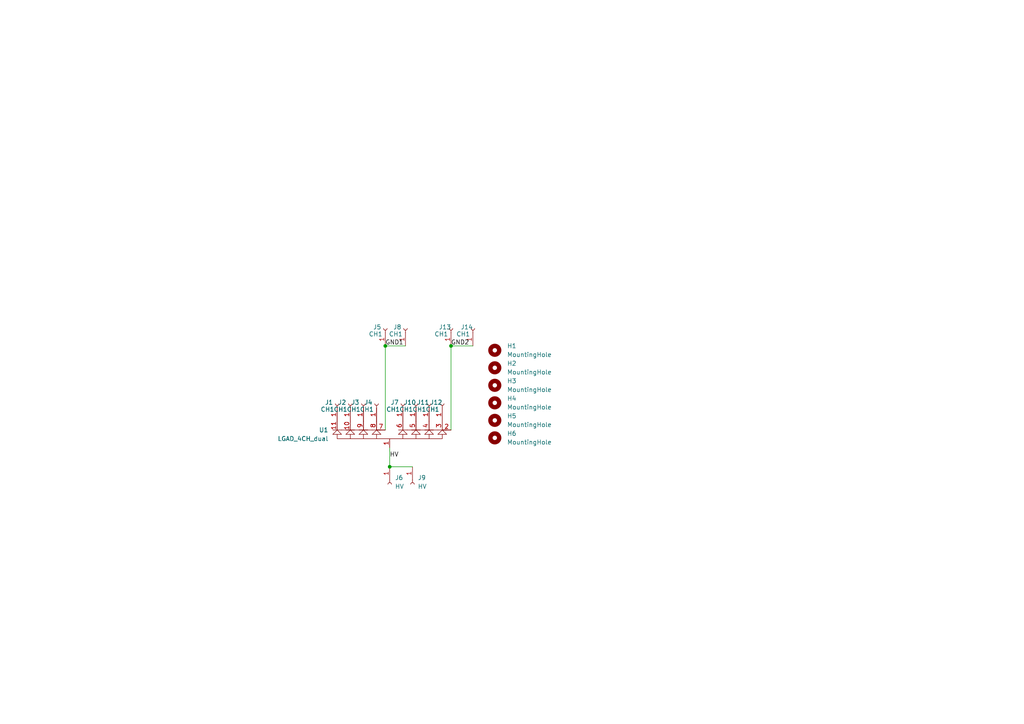
<source format=kicad_sch>
(kicad_sch (version 20230121) (generator eeschema)
  (paper "A4")
  (title_block (title "LGAD carrier board compatible with Chubut 2") (date "2022-08-15") (company "Universität Zürich") (comment 1 "Matias Senger"))
  (lib_symbols
    (symbol "Connector:Conn_01x01_Female" (pin_names (offset 1.016) hide)
      (property "Reference" "J" (at 0 2.54 0))
      (property "Value" "Conn_01x01_Female" (at 0 -2.54 0))
      (symbol "Conn_01x01_Female_1_1"
        (polyline (pts (xy -1.27 0) (xy -0.508 0)) (stroke (width 0.1524)))
        (arc (start 0 0.508) (mid -0.5058 0) (end 0 -0.508) (stroke (width 0.1524)))
        (pin passive line (at -5.08 0 0) (length 3.81) (name "Pin_1") (number "1"))
      )
    )
    (symbol "LGAD:LGAD_4CH_dual"
      (property "Reference" "U" (at 2.5303 -1.8112 0))
      (property "Value" "LGAD_4CH_dual" (at 9.285 -3.9605 0))
      (symbol "LGAD_4CH_dual_0_1"
        (polyline (pts (xy -16.51 2.54) (xy -13.97 2.54)))
        (polyline (pts (xy -13.97 2.54) (xy -5.08 2.54)))
        (polyline (pts (xy -12.7 2.54) (xy -10.16 2.54)))
        (polyline (pts (xy -11.43 0) (xy -11.43 1.27)))
        (polyline (pts (xy -8.89 2.54) (xy -6.35 2.54)))
        (polyline (pts (xy -7.62 0) (xy -7.62 1.27)))
        (polyline (pts (xy -5.08 2.54) (xy -2.54 2.54)))
        (polyline (pts (xy -3.81 0) (xy 3.81 0)))
        (polyline (pts (xy 2.54 2.54) (xy 5.08 2.54)))
        (polyline (pts (xy 5.08 2.54) (xy 13.97 2.54)))
        (polyline (pts (xy 6.35 2.54) (xy 8.89 2.54)))
        (polyline (pts (xy 7.62 0) (xy 7.62 1.27)))
        (polyline (pts (xy 10.16 2.54) (xy 12.7 2.54)))
        (polyline (pts (xy 11.43 0) (xy 11.43 1.27)))
        (polyline (pts (xy 13.97 2.54) (xy 16.51 2.54)))
        (polyline (pts (xy -16.51 1.27) (xy -13.97 1.27) (xy -15.24 2.54) (xy -16.51 1.27)))
        (polyline (pts (xy -15.24 1.27) (xy -15.24 0) (xy -3.81 0) (xy -3.81 1.27)))
        (polyline (pts (xy -12.7 1.27) (xy -10.16 1.27) (xy -11.43 2.54) (xy -12.7 1.27)))
        (polyline (pts (xy -8.89 1.27) (xy -6.35 1.27) (xy -7.62 2.54) (xy -8.89 1.27)))
        (polyline (pts (xy -5.08 1.27) (xy -2.54 1.27) (xy -3.81 2.54) (xy -5.08 1.27)))
        (polyline (pts (xy 2.54 1.27) (xy 5.08 1.27) (xy 3.81 2.54) (xy 2.54 1.27)))
        (polyline (pts (xy 3.81 1.27) (xy 3.81 0) (xy 15.24 0) (xy 15.24 1.27)))
        (polyline (pts (xy 6.35 1.27) (xy 8.89 1.27) (xy 7.62 2.54) (xy 6.35 1.27)))
        (polyline (pts (xy 10.16 1.27) (xy 12.7 1.27) (xy 11.43 2.54) (xy 10.16 1.27)))
        (polyline (pts (xy 13.97 1.27) (xy 16.51 1.27) (xy 15.24 2.54) (xy 13.97 1.27)))
      )
      (symbol "LGAD_4CH_dual_1_1"
        (pin unspecified line (at 0 -2.54 90) (length 2.54) (name "") (number "1"))
        (pin unspecified line (at -11.43 5.08 270) (length 2.54) (name "") (number "10"))
        (pin unspecified line (at -15.24 5.08 270) (length 2.54) (name "") (number "11"))
        (pin unspecified line (at 17.78 2.54 180) (length 2.54) (name "") (number "2"))
        (pin unspecified line (at 15.24 5.08 270) (length 2.54) (name "") (number "3"))
        (pin unspecified line (at 11.43 5.08 270) (length 2.54) (name "") (number "4"))
        (pin unspecified line (at 7.62 5.08 270) (length 2.54) (name "") (number "5"))
        (pin unspecified line (at 3.81 5.08 270) (length 2.54) (name "") (number "6"))
        (pin unspecified line (at -1.27 2.54 180) (length 2.54) (name "") (number "7"))
        (pin unspecified line (at -3.81 5.08 270) (length 2.54) (name "") (number "8"))
        (pin unspecified line (at -7.62 5.08 270) (length 2.54) (name "") (number "9"))
      )
    )
    (symbol "Mechanical:MountingHole" (pin_names (offset 1.016))
      (property "Reference" "H" (at 0 5.08 0))
      (property "Value" "MountingHole" (at 0 3.175 0))
      (symbol "MountingHole_0_1"
        (circle (center 0 0) (radius 1.27) (stroke (width 1.27)))
      )
    )
  )
  (junction (at 113.03 135.382))
  (junction (at 111.76 100.33))
  (junction (at 130.81 100.33))
  (wire (pts (xy 111.76 100.33) (xy 111.76 124.714)))
  (wire (pts (xy 130.81 100.33) (xy 130.81 124.714)))
  (wire (pts (xy 130.81 100.33) (xy 137.16 100.33)))
  (wire (pts (xy 113.03 135.382) (xy 119.634 135.382)))
  (wire (pts (xy 113.03 129.794) (xy 113.03 135.382)))
  (wire (pts (xy 111.76 100.33) (xy 117.602 100.33)))
  (label "GND2" (at 130.81 100.33 0))
  (label "HV" (at 113.03 132.842 0))
  (label "GND1" (at 111.76 100.33 0))
  (symbol (lib_id "Mechanical:MountingHole") (at 143.51 101.6 0) (unit 1)
    (property "Reference" "H1" (at 147.066 100.3299 0) (effects (justify left)))
    (property "Value" "MountingHole" (at 147.066 102.8699 0) (effects (justify left)))
    (property "Footprint" "chubut:MILL-MAX_7625-0-00-15-00-00-03-0_alignment_hole" (effects hide))
  )
  (symbol (lib_id "Connector:Conn_01x01_Female") (at 109.22 117.094 90) (unit 1)
    (property "Reference" "J4" (at 105.664 116.7129 90) (effects (justify right)))
    (property "Value" "CH1" (at 104.394 118.7449 90) (effects (justify right)))
    (property "Footprint" "chubut:MILL-MAX_0965-0-15-20-80-14-11-0_contact" (effects hide))
  )
  (symbol (lib_id "Mechanical:MountingHole") (at 143.51 121.92 0) (unit 1)
    (property "Reference" "H5" (at 147.066 120.6499 0) (effects (justify left)))
    (property "Value" "MountingHole" (at 147.066 123.1899 0) (effects (justify left)))
    (property "Footprint" "chubut:MILL-MAX_7625-0-00-15-00-00-03-0_alignment_hole" (effects hide))
  )
  (symbol (lib_id "Connector:Conn_01x01_Female") (at 105.41 117.094 90) (unit 1)
    (property "Reference" "J3" (at 101.854 116.7129 90) (effects (justify right)))
    (property "Value" "CH1" (at 100.584 118.7449 90) (effects (justify right)))
    (property "Footprint" "chubut:MILL-MAX_0965-0-15-20-80-14-11-0_contact" (effects hide))
  )
  (symbol (lib_id "Mechanical:MountingHole") (at 143.51 127 0) (unit 1)
    (property "Reference" "H6" (at 147.066 125.7299 0) (effects (justify left)))
    (property "Value" "MountingHole" (at 147.066 128.2699 0) (effects (justify left)))
    (property "Footprint" "chubut:MILL-MAX_7625-0-00-15-00-00-03-0_alignment_hole" (effects hide))
  )
  (symbol (lib_id "Connector:Conn_01x01_Female") (at 119.634 140.462 270) (unit 1)
    (property "Reference" "J9" (at 121.158 138.5569 90) (effects (justify left)))
    (property "Value" "HV" (at 121.158 141.0969 90) (effects (justify left)))
    (property "Footprint" "chubut:MILL-MAX_0965-0-15-20-80-14-11-0_contact" (effects hide))
  )
  (symbol (lib_id "Mechanical:MountingHole") (at 143.51 111.76 0) (unit 1)
    (property "Reference" "H3" (at 147.066 110.4899 0) (effects (justify left)))
    (property "Value" "MountingHole" (at 147.066 113.0299 0) (effects (justify left)))
    (property "Footprint" "chubut:MILL-MAX_7625-0-00-15-00-00-03-0_alignment_hole" (effects hide))
  )
  (symbol (lib_id "Connector:Conn_01x01_Female") (at 117.602 95.25 90) (unit 1)
    (property "Reference" "J8" (at 114.046 94.8689 90) (effects (justify right)))
    (property "Value" "CH1" (at 112.776 96.9009 90) (effects (justify right)))
    (property "Footprint" "chubut:MILL-MAX_0965-0-15-20-80-14-11-0_contact" (effects hide))
  )
  (symbol (lib_id "Connector:Conn_01x01_Female") (at 97.79 117.094 90) (unit 1)
    (property "Reference" "J1" (at 94.234 116.7129 90) (effects (justify right)))
    (property "Value" "CH1" (at 92.964 118.7449 90) (effects (justify right)))
    (property "Footprint" "chubut:MILL-MAX_0965-0-15-20-80-14-11-0_contact" (effects hide))
  )
  (symbol (lib_id "Mechanical:MountingHole") (at 143.51 106.68 0) (unit 1)
    (property "Reference" "H2" (at 147.066 105.4099 0) (effects (justify left)))
    (property "Value" "MountingHole" (at 147.066 107.9499 0) (effects (justify left)))
    (property "Footprint" "chubut:MILL-MAX_7625-0-00-15-00-00-03-0_alignment_hole" (effects hide))
  )
  (symbol (lib_id "LGAD:LGAD_4CH_dual") (at 113.03 127.254 0) (unit 1)
    (property "Reference" "U1" (at 95.25 124.7139 0) (effects (justify right)))
    (property "Value" "LGAD_4CH_dual" (at 95.25 127.2539 0) (effects (justify right)))
    (property "Footprint" "chubut:LGAD_4CH_dual" (effects hide))
  )
  (symbol (lib_id "Connector:Conn_01x01_Female") (at 130.81 95.25 90) (unit 1)
    (property "Reference" "J13" (at 127.254 94.8689 90) (effects (justify right)))
    (property "Value" "CH1" (at 125.984 96.9009 90) (effects (justify right)))
    (property "Footprint" "chubut:MILL-MAX_0965-0-15-20-80-14-11-0_contact" (effects hide))
  )
  (symbol (lib_id "Connector:Conn_01x01_Female") (at 116.84 117.094 90) (unit 1)
    (property "Reference" "J7" (at 113.284 116.7129 90) (effects (justify right)))
    (property "Value" "CH1" (at 112.014 118.7449 90) (effects (justify right)))
    (property "Footprint" "chubut:MILL-MAX_0965-0-15-20-80-14-11-0_contact" (effects hide))
  )
  (symbol (lib_id "Connector:Conn_01x01_Female") (at 113.03 140.462 270) (unit 1)
    (property "Reference" "J6" (at 114.554 138.5569 90) (effects (justify left)))
    (property "Value" "HV" (at 114.554 141.0969 90) (effects (justify left)))
    (property "Footprint" "chubut:MILL-MAX_0965-0-15-20-80-14-11-0_contact" (effects hide))
  )
  (symbol (lib_id "Connector:Conn_01x01_Female") (at 137.16 95.25 90) (unit 1)
    (property "Reference" "J14" (at 133.604 94.8689 90) (effects (justify right)))
    (property "Value" "CH1" (at 132.334 96.9009 90) (effects (justify right)))
    (property "Footprint" "chubut:MILL-MAX_0965-0-15-20-80-14-11-0_contact" (effects hide))
  )
  (symbol (lib_id "Connector:Conn_01x01_Female") (at 111.76 95.25 90) (unit 1)
    (property "Reference" "J5" (at 108.204 94.8689 90) (effects (justify right)))
    (property "Value" "CH1" (at 106.934 96.9009 90) (effects (justify right)))
    (property "Footprint" "chubut:MILL-MAX_0965-0-15-20-80-14-11-0_contact" (effects hide))
  )
  (symbol (lib_id "Connector:Conn_01x01_Female") (at 101.6 117.094 90) (unit 1)
    (property "Reference" "J2" (at 98.044 116.7129 90) (effects (justify right)))
    (property "Value" "CH1" (at 96.774 118.7449 90) (effects (justify right)))
    (property "Footprint" "chubut:MILL-MAX_0965-0-15-20-80-14-11-0_contact" (effects hide))
  )
  (symbol (lib_id "Connector:Conn_01x01_Female") (at 120.65 117.094 90) (unit 1)
    (property "Reference" "J10" (at 117.094 116.7129 90) (effects (justify right)))
    (property "Value" "CH1" (at 115.824 118.7449 90) (effects (justify right)))
    (property "Footprint" "chubut:MILL-MAX_0965-0-15-20-80-14-11-0_contact" (effects hide))
  )
  (symbol (lib_id "Connector:Conn_01x01_Female") (at 128.27 117.094 90) (unit 1)
    (property "Reference" "J12" (at 124.714 116.7129 90) (effects (justify right)))
    (property "Value" "CH1" (at 123.444 118.7449 90) (effects (justify right)))
    (property "Footprint" "chubut:MILL-MAX_0965-0-15-20-80-14-11-0_contact" (effects hide))
  )
  (symbol (lib_id "Mechanical:MountingHole") (at 143.51 116.84 0) (unit 1)
    (property "Reference" "H4" (at 147.066 115.5699 0) (effects (justify left)))
    (property "Value" "MountingHole" (at 147.066 118.1099 0) (effects (justify left)))
    (property "Footprint" "chubut:MILL-MAX_7625-0-00-15-00-00-03-0_alignment_hole" (effects hide))
  )
  (symbol (lib_id "Connector:Conn_01x01_Female") (at 124.46 117.094 90) (unit 1)
    (property "Reference" "J11" (at 120.904 116.7129 90) (effects (justify right)))
    (property "Value" "CH1" (at 119.634 118.7449 90) (effects (justify right)))
    (property "Footprint" "chubut:MILL-MAX_0965-0-15-20-80-14-11-0_contact" (effects hide))
  )
)
</source>
